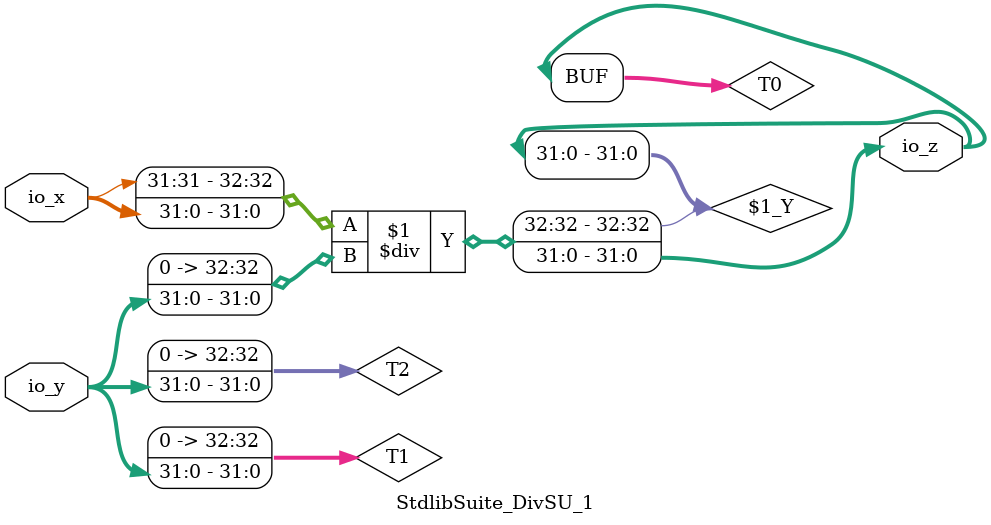
<source format=v>
module StdlibSuite_DivSU_1(
    input [31:0] io_x,
    input [31:0] io_y,
    output[31:0] io_z
);

  wire[31:0] T0;
  wire[32:0] T1;
  wire[32:0] T2;

  assign io_z = T0;
  assign T0 = $signed(io_x) / $signed(T1);
  assign T1 = T2;
  assign T2 = {1'h0, io_y};
endmodule


</source>
